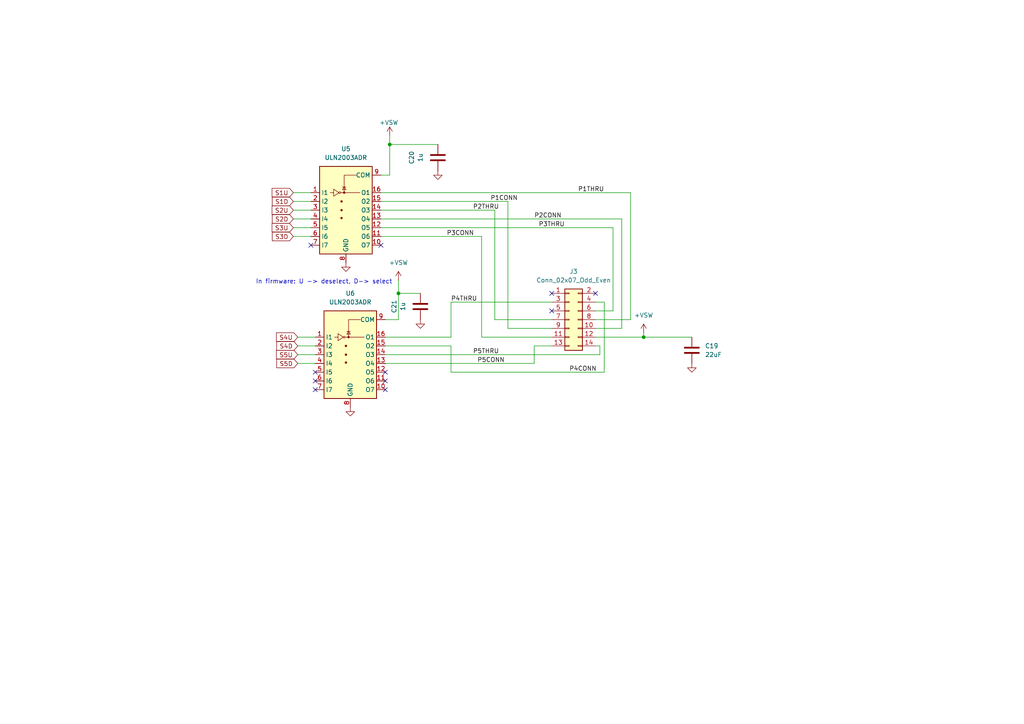
<source format=kicad_sch>
(kicad_sch (version 20231120) (generator "eeschema") (generator_version "8.0")
  (paper "A4")
  (lib_symbols
    (symbol "Connector_Generic:Conn_02x07_Odd_Even" (pin_names (offset 1.016) hide)
      (property "Reference" "J" (at 1.27 10.16 0))
      (property "Value" "Conn_02x07_Odd_Even" (at 1.27 -10.16 0))
      (symbol "Conn_02x07_Odd_Even_1_1"
        (rectangle (start -1.27 -7.493) (end 0 -7.747) (stroke (width 0.1524)))
        (rectangle (start -1.27 -4.953) (end 0 -5.207) (stroke (width 0.1524)))
        (rectangle (start -1.27 -2.413) (end 0 -2.667) (stroke (width 0.1524)))
        (rectangle (start -1.27 0.127) (end 0 -0.127) (stroke (width 0.1524)))
        (rectangle (start -1.27 2.667) (end 0 2.413) (stroke (width 0.1524)))
        (rectangle (start -1.27 5.207) (end 0 4.953) (stroke (width 0.1524)))
        (rectangle (start -1.27 7.747) (end 0 7.493) (stroke (width 0.1524)))
        (rectangle (start -1.27 8.89) (end 3.81 -8.89) (stroke (width 0.254)) (fill (type background)))
        (rectangle (start 3.81 -7.493) (end 2.54 -7.747) (stroke (width 0.1524)))
        (rectangle (start 3.81 -4.953) (end 2.54 -5.207) (stroke (width 0.1524)))
        (rectangle (start 3.81 -2.413) (end 2.54 -2.667) (stroke (width 0.1524)))
        (rectangle (start 3.81 0.127) (end 2.54 -0.127) (stroke (width 0.1524)))
        (rectangle (start 3.81 2.667) (end 2.54 2.413) (stroke (width 0.1524)))
        (rectangle (start 3.81 5.207) (end 2.54 4.953) (stroke (width 0.1524)))
        (rectangle (start 3.81 7.747) (end 2.54 7.493) (stroke (width 0.1524)))
        (pin passive line (at -5.08 7.62 0) (length 3.81) (name "Pin_1") (number "1"))
        (pin passive line (at 7.62 -2.54 180) (length 3.81) (name "Pin_10") (number "10"))
        (pin passive line (at -5.08 -5.08 0) (length 3.81) (name "Pin_11") (number "11"))
        (pin passive line (at 7.62 -5.08 180) (length 3.81) (name "Pin_12") (number "12"))
        (pin passive line (at -5.08 -7.62 0) (length 3.81) (name "Pin_13") (number "13"))
        (pin passive line (at 7.62 -7.62 180) (length 3.81) (name "Pin_14") (number "14"))
        (pin passive line (at 7.62 7.62 180) (length 3.81) (name "Pin_2") (number "2"))
        (pin passive line (at -5.08 5.08 0) (length 3.81) (name "Pin_3") (number "3"))
        (pin passive line (at 7.62 5.08 180) (length 3.81) (name "Pin_4") (number "4"))
        (pin passive line (at -5.08 2.54 0) (length 3.81) (name "Pin_5") (number "5"))
        (pin passive line (at 7.62 2.54 180) (length 3.81) (name "Pin_6") (number "6"))
        (pin passive line (at -5.08 0 0) (length 3.81) (name "Pin_7") (number "7"))
        (pin passive line (at 7.62 0 180) (length 3.81) (name "Pin_8") (number "8"))
        (pin passive line (at -5.08 -2.54 0) (length 3.81) (name "Pin_9") (number "9"))
      )
    )
    (symbol "Device:C" (pin_numbers hide) (pin_names (offset 0.254))
      (property "Reference" "C" (at 0.635 2.54 0))
      (property "Value" "C" (at 0.635 -2.54 0))
      (symbol "C_0_1"
        (polyline (pts (xy -2.032 -0.762) (xy 2.032 -0.762)) (stroke (width 0.508)))
        (polyline (pts (xy -2.032 0.762) (xy 2.032 0.762)) (stroke (width 0.508)))
      )
      (symbol "C_1_1"
        (pin passive line (at 0 3.81 270) (length 2.794) (name "~") (number "1"))
        (pin passive line (at 0 -3.81 90) (length 2.794) (name "~") (number "2"))
      )
    )
    (symbol "Transistor_Array:ULN2003A"
      (property "Reference" "U" (at 0 15.875 0))
      (property "Value" "ULN2003A" (at 0 13.97 0))
      (symbol "ULN2003A_0_1"
        (rectangle (start -7.62 -12.7) (end 7.62 12.7) (stroke (width 0.254)) (fill (type background)))
        (circle (center -1.778 5.08) (radius 0.254))
        (circle (center -1.27 -2.286) (radius 0.254) (fill (type outline)))
        (circle (center -1.27 0) (radius 0.254) (fill (type outline)))
        (circle (center -1.27 2.54) (radius 0.254) (fill (type outline)))
        (circle (center -0.508 5.08) (radius 0.254) (fill (type outline)))
        (polyline (pts (xy -4.572 5.08) (xy -3.556 5.08)))
        (polyline (pts (xy -1.524 5.08) (xy 4.064 5.08)))
        (polyline (pts (xy 0 6.731) (xy -1.016 6.731)))
        (polyline (pts (xy -0.508 5.08) (xy -0.508 10.16) (xy 2.921 10.16)))
        (polyline (pts (xy -3.556 6.096) (xy -3.556 4.064) (xy -2.032 5.08) (xy -3.556 6.096)))
        (polyline (pts (xy 0 5.969) (xy -1.016 5.969) (xy -0.508 6.731) (xy 0 5.969)))
      )
      (symbol "ULN2003A_1_1"
        (pin input line (at -10.16 5.08 0) (length 2.54) (name "I1") (number "1"))
        (pin open_collector line (at 10.16 -10.16 180) (length 2.54) (name "O7") (number "10"))
        (pin open_collector line (at 10.16 -7.62 180) (length 2.54) (name "O6") (number "11"))
        (pin open_collector line (at 10.16 -5.08 180) (length 2.54) (name "O5") (number "12"))
        (pin open_collector line (at 10.16 -2.54 180) (length 2.54) (name "O4") (number "13"))
        (pin open_collector line (at 10.16 0 180) (length 2.54) (name "O3") (number "14"))
        (pin open_collector line (at 10.16 2.54 180) (length 2.54) (name "O2") (number "15"))
        (pin open_collector line (at 10.16 5.08 180) (length 2.54) (name "O1") (number "16"))
        (pin input line (at -10.16 2.54 0) (length 2.54) (name "I2") (number "2"))
        (pin input line (at -10.16 0 0) (length 2.54) (name "I3") (number "3"))
        (pin input line (at -10.16 -2.54 0) (length 2.54) (name "I4") (number "4"))
        (pin input line (at -10.16 -5.08 0) (length 2.54) (name "I5") (number "5"))
        (pin input line (at -10.16 -7.62 0) (length 2.54) (name "I6") (number "6"))
        (pin input line (at -10.16 -10.16 0) (length 2.54) (name "I7") (number "7"))
        (pin power_in line (at 0 -15.24 90) (length 2.54) (name "GND") (number "8"))
        (pin passive line (at 10.16 10.16 180) (length 2.54) (name "COM") (number "9"))
      )
    )
    (symbol "power:+VSW" (power) (pin_numbers hide) (pin_names (offset 0) hide)
      (property "Value" "+VSW" (at 0 3.556 0))
      (symbol "+VSW_0_1"
        (polyline (pts (xy -0.762 1.27) (xy 0 2.54)))
        (polyline (pts (xy 0 0) (xy 0 2.54)))
        (polyline (pts (xy 0 2.54) (xy 0.762 1.27)))
      )
      (symbol "+VSW_1_1"
        (pin power_in line (at 0 0 90) (length 0) (name "~") (number "1"))
      )
    )
    (symbol "power:GND" (power) (pin_numbers hide) (pin_names (offset 0) hide)
      (property "Value" "GND" (at 0 -3.81 0))
      (symbol "GND_0_1"
        (polyline (pts (xy 0 0) (xy 0 -1.27) (xy 1.27 -1.27) (xy 0 -2.54) (xy -1.27 -1.27) (xy 0 -1.27)))
      )
      (symbol "GND_1_1"
        (pin power_in line (at 0 0 270) (length 0) (name "~") (number "1"))
      )
    )
  )
  (junction (at 113.03 41.91))
  (junction (at 115.57 85.09))
  (junction (at 186.69 97.79))
  (no_connect (at 90.17 71.12))
  (no_connect (at 91.44 110.49))
  (no_connect (at 111.76 113.03))
  (no_connect (at 111.76 107.95))
  (no_connect (at 91.44 107.95))
  (no_connect (at 110.49 71.12))
  (no_connect (at 160.02 85.09))
  (no_connect (at 172.72 85.09))
  (no_connect (at 160.02 90.17))
  (no_connect (at 111.76 110.49))
  (no_connect (at 91.44 113.03))
  (wire (pts (xy 111.76 97.79) (xy 130.81 97.79)))
  (wire (pts (xy 173.99 100.33) (xy 172.72 100.33)))
  (wire (pts (xy 130.81 97.79) (xy 130.81 87.63)))
  (wire (pts (xy 113.03 41.91) (xy 127 41.91)))
  (wire (pts (xy 139.7 97.79) (xy 139.7 68.58)))
  (wire (pts (xy 130.81 87.63) (xy 160.02 87.63)))
  (wire (pts (xy 143.51 92.71) (xy 143.51 60.96)))
  (wire (pts (xy 160.02 95.25) (xy 147.32 95.25)))
  (wire (pts (xy 110.49 66.04) (xy 177.8 66.04)))
  (wire (pts (xy 85.09 68.58) (xy 90.17 68.58)))
  (wire (pts (xy 172.72 95.25) (xy 180.34 95.25)))
  (wire (pts (xy 180.34 95.25) (xy 180.34 63.5)))
  (wire (pts (xy 175.26 87.63) (xy 175.26 107.95)))
  (wire (pts (xy 139.7 68.58) (xy 110.49 68.58)))
  (wire (pts (xy 130.81 100.33) (xy 130.81 107.95)))
  (wire (pts (xy 111.76 92.71) (xy 115.57 92.71)))
  (wire (pts (xy 113.03 41.91) (xy 113.03 39.37)))
  (wire (pts (xy 173.99 102.87) (xy 173.99 100.33)))
  (wire (pts (xy 143.51 60.96) (xy 110.49 60.96)))
  (wire (pts (xy 85.09 66.04) (xy 90.17 66.04)))
  (wire (pts (xy 115.57 85.09) (xy 115.57 92.71)))
  (wire (pts (xy 110.49 50.8) (xy 113.03 50.8)))
  (wire (pts (xy 86.36 100.33) (xy 91.44 100.33)))
  (wire (pts (xy 111.76 105.41) (xy 154.94 105.41)))
  (wire (pts (xy 180.34 63.5) (xy 110.49 63.5)))
  (wire (pts (xy 154.94 100.33) (xy 160.02 100.33)))
  (wire (pts (xy 111.76 100.33) (xy 130.81 100.33)))
  (wire (pts (xy 177.8 90.17) (xy 172.72 90.17)))
  (wire (pts (xy 186.69 96.52) (xy 186.69 97.79)))
  (wire (pts (xy 86.36 102.87) (xy 91.44 102.87)))
  (wire (pts (xy 182.88 55.88) (xy 182.88 92.71)))
  (wire (pts (xy 147.32 58.42) (xy 110.49 58.42)))
  (wire (pts (xy 160.02 92.71) (xy 143.51 92.71)))
  (wire (pts (xy 86.36 105.41) (xy 91.44 105.41)))
  (wire (pts (xy 186.69 97.79) (xy 172.72 97.79)))
  (wire (pts (xy 85.09 60.96) (xy 90.17 60.96)))
  (wire (pts (xy 85.09 55.88) (xy 90.17 55.88)))
  (wire (pts (xy 186.69 97.79) (xy 200.66 97.79)))
  (wire (pts (xy 182.88 92.71) (xy 172.72 92.71)))
  (wire (pts (xy 110.49 55.88) (xy 182.88 55.88)))
  (wire (pts (xy 130.81 107.95) (xy 175.26 107.95)))
  (wire (pts (xy 111.76 102.87) (xy 173.99 102.87)))
  (wire (pts (xy 86.36 97.79) (xy 91.44 97.79)))
  (wire (pts (xy 147.32 95.25) (xy 147.32 58.42)))
  (wire (pts (xy 154.94 105.41) (xy 154.94 100.33)))
  (wire (pts (xy 113.03 50.8) (xy 113.03 41.91)))
  (wire (pts (xy 85.09 58.42) (xy 90.17 58.42)))
  (wire (pts (xy 85.09 63.5) (xy 90.17 63.5)))
  (wire (pts (xy 115.57 81.28) (xy 115.57 85.09)))
  (wire (pts (xy 175.26 87.63) (xy 172.72 87.63)))
  (wire (pts (xy 177.8 66.04) (xy 177.8 90.17)))
  (wire (pts (xy 160.02 97.79) (xy 139.7 97.79)))
  (wire (pts (xy 121.92 85.09) (xy 115.57 85.09)))
  (text "In firmware: U -> deselect, D-> select" (at 93.98 81.788 0) (effects (font (size 1.27 1.27))))
  (label "P4THRU" (at 130.81 87.63 0))
  (label "P1CONN" (at 142.24 58.42 0))
  (label "P3CONN" (at 129.54 68.58 0))
  (label "P4CONN" (at 165.1 107.95 0))
  (label "P3THRU" (at 156.21 66.04 0))
  (label "P2CONN" (at 154.94 63.5 0))
  (label "P5THRU" (at 137.16 102.87 0))
  (label "P1THRU" (at 167.64 55.88 0))
  (label "P2THRU" (at 137.16 60.96 0))
  (label "P5CONN" (at 138.43 105.41 0))
  (global_label "S4U" (shape input) (at 86.36 97.79 180) (property "Intersheetrefs" "${INTERSHEET_REFS}" (effects (hide yes))))
  (global_label "S5D" (shape input) (at 86.36 105.41 180) (property "Intersheetrefs" "${INTERSHEET_REFS}" (effects (hide yes))))
  (global_label "S4D" (shape input) (at 86.36 100.33 180) (property "Intersheetrefs" "${INTERSHEET_REFS}" (effects (hide yes))))
  (global_label "S3U" (shape input) (at 85.09 66.04 180) (property "Intersheetrefs" "${INTERSHEET_REFS}" (effects (hide yes))))
  (global_label "S3D" (shape input) (at 85.09 68.58 180) (property "Intersheetrefs" "${INTERSHEET_REFS}" (effects (hide yes))))
  (global_label "S2U" (shape input) (at 85.09 60.96 180) (property "Intersheetrefs" "${INTERSHEET_REFS}" (effects (hide yes))))
  (global_label "S1D" (shape input) (at 85.09 58.42 180) (property "Intersheetrefs" "${INTERSHEET_REFS}" (effects (hide yes))))
  (global_label "S2D" (shape input) (at 85.09 63.5 180) (property "Intersheetrefs" "${INTERSHEET_REFS}" (effects (hide yes))))
  (global_label "S5U" (shape input) (at 86.36 102.87 180) (property "Intersheetrefs" "${INTERSHEET_REFS}" (effects (hide yes))))
  (global_label "S1U" (shape input) (at 85.09 55.88 180) (property "Intersheetrefs" "${INTERSHEET_REFS}" (effects (hide yes))))
  (symbol (lib_id "power:GND") (at 127 49.53 0) (unit 1)
    (property "Reference" "#PWR045" (effects (hide yes)))
    (property "Value" "GND" (effects (hide yes)))
    (property "Description" "Power symbol creates a global label with name \"GND\" , ground" (effects (hide yes)))
  )
  (symbol (lib_id "power:+VSW") (at 113.03 39.37 0) (unit 1)
    (property "Reference" "#PWR039" (effects (hide yes)))
    (property "Value" "+VSW" (at 112.776 35.56 0))
    (property "Description" "Power symbol creates a global label with name \"+VSW\"" (effects (hide yes)))
  )
  (symbol (lib_id "power:GND") (at 200.66 105.41 0) (unit 1)
    (property "Reference" "#PWR043" (effects (hide yes)))
    (property "Value" "GND" (effects (hide yes)))
    (property "Description" "Power symbol creates a global label with name \"GND\" , ground" (effects (hide yes)))
  )
  (symbol (lib_id "power:+VSW") (at 115.57 81.28 0) (unit 1)
    (property "Reference" "#PWR041" (effects (hide yes)))
    (property "Value" "+VSW" (at 115.57 76.2 0))
    (property "Description" "Power symbol creates a global label with name \"+VSW\"" (effects (hide yes)))
  )
  (symbol (lib_id "power:GND") (at 100.33 76.2 0) (unit 1)
    (property "Reference" "#PWR040" (effects (hide yes)))
    (property "Value" "GND" (effects (hide yes)))
    (property "Description" "Power symbol creates a global label with name \"GND\" , ground" (effects (hide yes)))
  )
  (symbol (lib_id "Device:C") (at 121.92 88.9 180) (unit 1)
    (property "Reference" "C21" (at 114.3 88.9 90))
    (property "Value" "1u" (at 116.84 88.9 90))
    (property "Footprint" "Capacitor_SMD:C_0603_1608Metric_Pad1.08x0.95mm_HandSolder" (effects (hide yes)))
    (property "Description" "Unpolarized capacitor" (effects (hide yes)))
    (property "LCSC" "C15849" (effects (hide yes)))
  )
  (symbol (lib_id "power:GND") (at 101.6 118.11 0) (unit 1)
    (property "Reference" "#PWR044" (effects (hide yes)))
    (property "Value" "GND" (effects (hide yes)))
    (property "Description" "Power symbol creates a global label with name \"GND\" , ground" (effects (hide yes)))
  )
  (symbol (lib_id "power:+VSW") (at 186.69 96.52 0) (unit 1)
    (property "Reference" "#PWR042" (effects (hide yes)))
    (property "Value" "+VSW" (at 186.69 91.44 0))
    (property "Description" "Power symbol creates a global label with name \"+VSW\"" (effects (hide yes)))
  )
  (symbol (lib_id "Transistor_Array:ULN2003A") (at 100.33 60.96 0) (unit 1)
    (property "Reference" "U5" (at 100.33 43.18 0))
    (property "Value" "ULN2003ADR" (at 100.33 45.72 0))
    (property "Footprint" "Package_SO:SOIC-16_4.55x10.3mm_P1.27mm" (effects (hide yes)))
    (property "Datasheet" "http://www.ti.com/lit/ds/symlink/uln2003a.pdf" (effects (hide yes)))
    (property "Description" "High Voltage, High Current Darlington Transistor Arrays, SOIC16/SOIC16W/DIP16/TSSOP16" (effects (hide yes)))
    (property "LCSC" "C7512" (effects (hide yes)))
  )
  (symbol (lib_id "Device:C") (at 200.66 101.6 0) (unit 1)
    (property "Reference" "C19" (at 204.47 100.3299 0) (effects (justify left)))
    (property "Value" "22uF" (at 204.47 102.8699 0) (effects (justify left)))
    (property "Footprint" "Capacitor_SMD:C_1206_3216Metric_Pad1.33x1.80mm_HandSolder" (effects (hide yes)))
    (property "Description" "Unpolarized capacitor 25V" (effects (hide yes)))
    (property "LCSC" "C12891" (effects (hide yes)))
  )
  (symbol (lib_id "power:GND") (at 121.92 92.71 0) (unit 1)
    (property "Reference" "#PWR046" (effects (hide yes)))
    (property "Value" "GND" (effects (hide yes)))
    (property "Description" "Power symbol creates a global label with name \"GND\" , ground" (effects (hide yes)))
  )
  (symbol (lib_id "Connector_Generic:Conn_02x07_Odd_Even") (at 165.1 92.71 0) (unit 1)
    (property "Reference" "J3" (at 166.37 78.74 0))
    (property "Value" "Conn_02x07_Odd_Even" (at 166.37 81.28 0))
    (property "Footprint" "Connector_IDC:IDC-Header_2x07_P2.54mm_Vertical" (effects (hide yes)))
    (property "Description" "Generic connector, double row, 02x07, odd/even pin numbering scheme (row 1 odd numbers, row 2 even numbers), script generated (kicad-library-utils/schlib/autogen/connector/)" (effects (hide yes)))
    (property "LCSC" "C11215" (effects (hide yes)))
  )
  (symbol (lib_id "Transistor_Array:ULN2003A") (at 101.6 102.87 0) (unit 1)
    (property "Reference" "U6" (at 101.6 85.09 0))
    (property "Value" "ULN2003ADR" (at 101.6 87.63 0))
    (property "Footprint" "Package_SO:SOIC-16_4.55x10.3mm_P1.27mm" (effects (hide yes)))
    (property "Datasheet" "http://www.ti.com/lit/ds/symlink/uln2003a.pdf" (effects (hide yes)))
    (property "Description" "High Voltage, High Current Darlington Transistor Arrays, SOIC16/SOIC16W/DIP16/TSSOP16" (effects (hide yes)))
    (property "LCSC" "C7512" (effects (hide yes)))
  )
  (symbol (lib_id "Device:C") (at 127 45.72 180) (unit 1)
    (property "Reference" "C20" (at 119.38 45.72 90))
    (property "Value" "1u" (at 121.92 45.72 90))
    (property "Footprint" "Capacitor_SMD:C_0603_1608Metric_Pad1.08x0.95mm_HandSolder" (effects (hide yes)))
    (property "Description" "Unpolarized capacitor" (effects (hide yes)))
    (property "LCSC" "C15849" (effects (hide yes)))
  )
)
</source>
